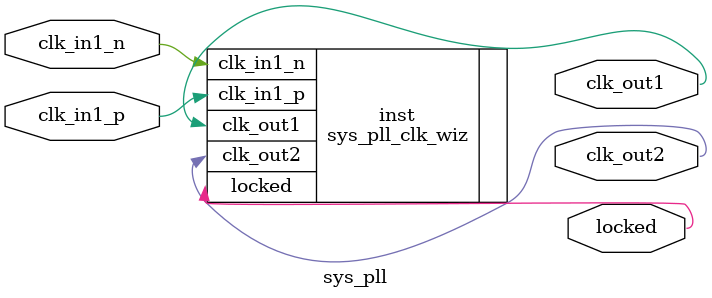
<source format=v>


`timescale 1ps/1ps

(* CORE_GENERATION_INFO = "sys_pll,clk_wiz_v5_4_3_0,{component_name=sys_pll,use_phase_alignment=true,use_min_o_jitter=false,use_max_i_jitter=false,use_dyn_phase_shift=false,use_inclk_switchover=false,use_dyn_reconfig=false,enable_axi=0,feedback_source=FDBK_AUTO,PRIMITIVE=MMCM,num_out_clk=2,clkin1_period=5.000,clkin2_period=10.0,use_power_down=false,use_reset=false,use_locked=true,use_inclk_stopped=false,feedback_type=SINGLE,CLOCK_MGR_TYPE=NA,manual_override=false}" *)

module sys_pll 
 (
  // Clock out ports
  output        clk_out1,
  output        clk_out2,
  // Status and control signals
  output        locked,
 // Clock in ports
  input         clk_in1_p,
  input         clk_in1_n
 );

  sys_pll_clk_wiz inst
  (
  // Clock out ports  
  .clk_out1(clk_out1),
  .clk_out2(clk_out2),
  // Status and control signals               
  .locked(locked),
 // Clock in ports
  .clk_in1_p(clk_in1_p),
  .clk_in1_n(clk_in1_n)
  );

endmodule

</source>
